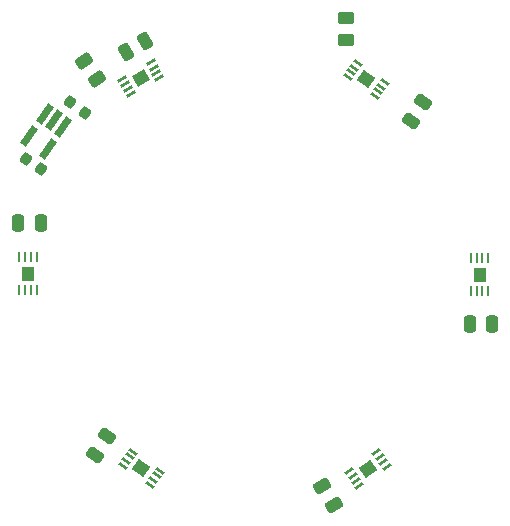
<source format=gbr>
%TF.GenerationSoftware,KiCad,Pcbnew,7.0.10*%
%TF.CreationDate,2024-04-18T21:21:43-07:00*%
%TF.ProjectId,Thermistor Ring,54686572-6d69-4737-946f-722052696e67,rev?*%
%TF.SameCoordinates,Original*%
%TF.FileFunction,Paste,Top*%
%TF.FilePolarity,Positive*%
%FSLAX46Y46*%
G04 Gerber Fmt 4.6, Leading zero omitted, Abs format (unit mm)*
G04 Created by KiCad (PCBNEW 7.0.10) date 2024-04-18 21:21:43*
%MOMM*%
%LPD*%
G01*
G04 APERTURE LIST*
G04 Aperture macros list*
%AMRoundRect*
0 Rectangle with rounded corners*
0 $1 Rounding radius*
0 $2 $3 $4 $5 $6 $7 $8 $9 X,Y pos of 4 corners*
0 Add a 4 corners polygon primitive as box body*
4,1,4,$2,$3,$4,$5,$6,$7,$8,$9,$2,$3,0*
0 Add four circle primitives for the rounded corners*
1,1,$1+$1,$2,$3*
1,1,$1+$1,$4,$5*
1,1,$1+$1,$6,$7*
1,1,$1+$1,$8,$9*
0 Add four rect primitives between the rounded corners*
20,1,$1+$1,$2,$3,$4,$5,0*
20,1,$1+$1,$4,$5,$6,$7,0*
20,1,$1+$1,$6,$7,$8,$9,0*
20,1,$1+$1,$8,$9,$2,$3,0*%
%AMRotRect*
0 Rectangle, with rotation*
0 The origin of the aperture is its center*
0 $1 length*
0 $2 width*
0 $3 Rotation angle, in degrees counterclockwise*
0 Add horizontal line*
21,1,$1,$2,0,0,$3*%
G04 Aperture macros list end*
%ADD10RoundRect,0.250000X0.245703X-0.477237X0.532491X-0.067661X-0.245703X0.477237X-0.532491X0.067661X0*%
%ADD11RoundRect,0.250000X0.250000X0.475000X-0.250000X0.475000X-0.250000X-0.475000X0.250000X-0.475000X0*%
%ADD12RoundRect,0.250000X-0.245703X0.477237X-0.532491X0.067661X0.245703X-0.477237X0.532491X-0.067661X0*%
%ADD13RoundRect,0.250000X-0.250000X-0.475000X0.250000X-0.475000X0.250000X0.475000X-0.250000X0.475000X0*%
%ADD14RoundRect,0.250000X-0.020994X0.536362X-0.454006X0.286362X0.020994X-0.536362X0.454006X-0.286362X0*%
%ADD15RoundRect,0.250000X0.536362X0.020994X0.286362X0.454006X-0.536362X-0.020994X-0.286362X-0.454006X0*%
%ADD16RotRect,1.188150X1.037350X325.000000*%
%ADD17RotRect,0.812800X0.254000X325.000000*%
%ADD18RotRect,1.188150X1.037350X145.000000*%
%ADD19RotRect,0.812800X0.254000X145.000000*%
%ADD20RotRect,1.188150X1.037350X30.000000*%
%ADD21RotRect,0.812800X0.254000X30.000000*%
%ADD22R,1.037350X1.188150*%
%ADD23R,0.254000X0.812800*%
%ADD24RotRect,1.188150X1.037350X215.000000*%
%ADD25RotRect,0.812800X0.254000X215.000000*%
%ADD26RoundRect,0.225000X0.327703X0.075733X-0.040915X0.333843X-0.327703X-0.075733X0.040915X-0.333843X0*%
%ADD27RotRect,1.805236X0.612132X235.000000*%
%ADD28RoundRect,0.250000X-0.519182X-0.043082X-0.218055X-0.473137X0.519182X0.043082X0.218055X0.473137X0*%
%ADD29RoundRect,0.250000X-0.450000X0.262500X-0.450000X-0.262500X0.450000X-0.262500X0.450000X0.262500X0*%
G04 APERTURE END LIST*
D10*
%TO.C,C5*%
X62881987Y-69658959D03*
X61792191Y-71215347D03*
%TD*%
D11*
%TO.C,C6*%
X93573387Y-60189733D03*
X95473387Y-60189733D03*
%TD*%
D12*
%TO.C,C4*%
X89642365Y-41397337D03*
X88552569Y-42953725D03*
%TD*%
D13*
%TO.C,C2*%
X55319894Y-51609985D03*
X57219894Y-51609985D03*
%TD*%
D14*
%TO.C,C3*%
X66075926Y-36199867D03*
X64430478Y-37149867D03*
%TD*%
D15*
%TO.C,C1*%
X82037632Y-75503272D03*
X81087632Y-73857824D03*
%TD*%
D16*
%TO.C,U7*%
X84788437Y-39465122D03*
D17*
X86362975Y-39652043D03*
X86076187Y-40061620D03*
X85789398Y-40471196D03*
X85502610Y-40880773D03*
X83213899Y-39278201D03*
X83500687Y-38868624D03*
X83787476Y-38459048D03*
X84074264Y-38049471D03*
%TD*%
D18*
%TO.C,U6*%
X65763829Y-72390255D03*
D19*
X64189291Y-72203334D03*
X64476079Y-71793757D03*
X64762868Y-71384181D03*
X65049656Y-70974604D03*
X67338367Y-72577176D03*
X67051579Y-72986753D03*
X66764790Y-73396329D03*
X66478002Y-73805906D03*
%TD*%
D20*
%TO.C,U2*%
X65702993Y-39368444D03*
D21*
X66537830Y-38020424D03*
X66787830Y-38453438D03*
X67037830Y-38886450D03*
X67287831Y-39319464D03*
X64868156Y-40716464D03*
X64618156Y-40283450D03*
X64368156Y-39850438D03*
X64118155Y-39417424D03*
%TD*%
D22*
%TO.C,U5*%
X94389641Y-55977863D03*
D23*
X95139642Y-57374863D03*
X94639641Y-57374863D03*
X94139641Y-57374863D03*
X93639640Y-57374863D03*
X93639640Y-54580863D03*
X94139641Y-54580863D03*
X94639641Y-54580863D03*
X95139642Y-54580863D03*
%TD*%
D22*
%TO.C,U3*%
X56162641Y-55931080D03*
D23*
X55412640Y-54534080D03*
X55912641Y-54534080D03*
X56412641Y-54534080D03*
X56912642Y-54534080D03*
X56912642Y-57328080D03*
X56412641Y-57328080D03*
X55912641Y-57328080D03*
X55412640Y-57328080D03*
%TD*%
D24*
%TO.C,U4*%
X84940833Y-72429082D03*
D25*
X84226660Y-73844733D03*
X83939872Y-73435156D03*
X83653083Y-73025580D03*
X83366295Y-72616003D03*
X85655006Y-71013431D03*
X85941794Y-71423008D03*
X86228583Y-71832584D03*
X86515371Y-72242161D03*
%TD*%
D26*
%TO.C,C8*%
X57237848Y-47051075D03*
X55968162Y-46162031D03*
%TD*%
%TO.C,C7*%
X60988312Y-42295598D03*
X59718626Y-41406554D03*
%TD*%
D27*
%TO.C,U1*%
X59140848Y-43461138D03*
X58362653Y-42916239D03*
X57584458Y-42371341D03*
X56264678Y-44256182D03*
X57821068Y-45345979D03*
%TD*%
D28*
%TO.C,R3*%
X60938071Y-37918522D03*
X61984847Y-39413474D03*
%TD*%
D29*
%TO.C,R2*%
X83070187Y-34278995D03*
X83070187Y-36103995D03*
%TD*%
M02*

</source>
